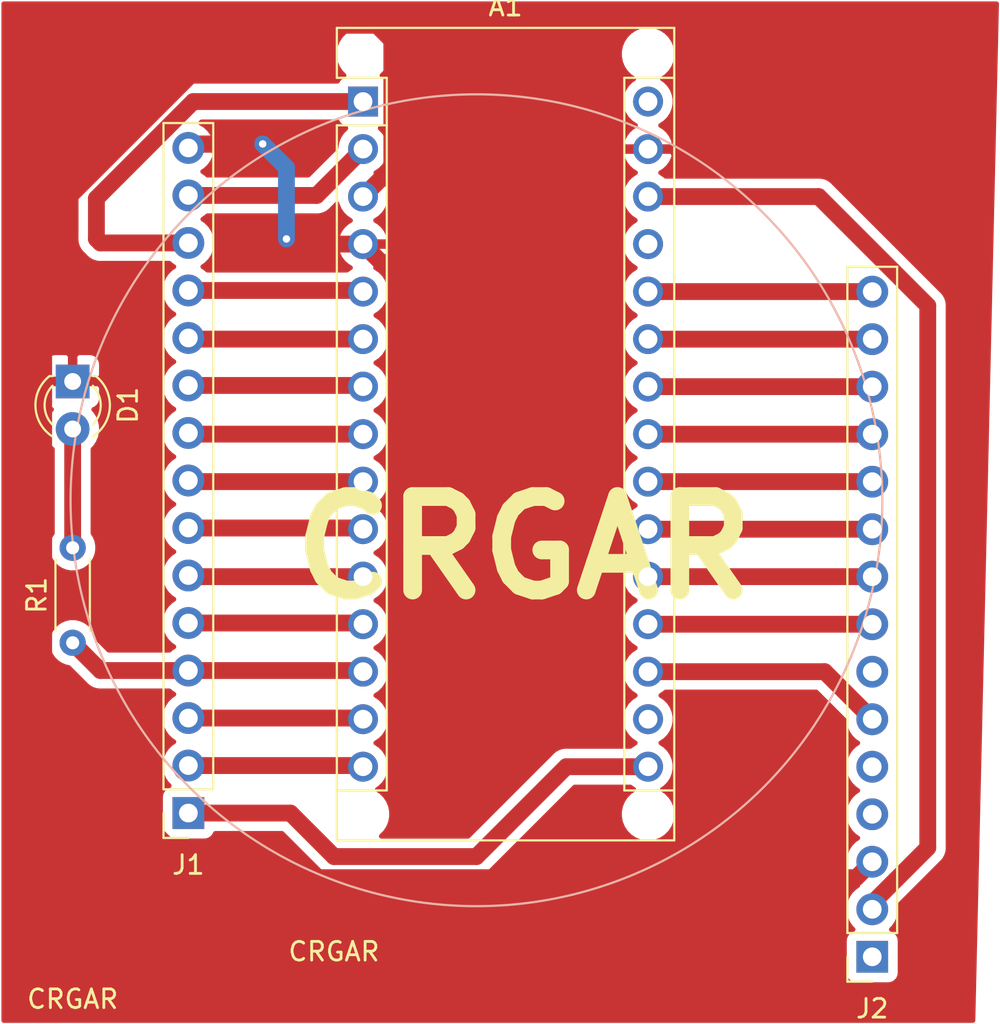
<source format=kicad_pcb>
(kicad_pcb (version 20171130) (host pcbnew "(5.1.6)-1")

  (general
    (thickness 1.6)
    (drawings 8)
    (tracks 82)
    (zones 0)
    (modules 5)
    (nets 35)
  )

  (page A4)
  (layers
    (0 F.Cu signal hide)
    (31 B.Cu signal hide)
    (32 B.Adhes user hide)
    (33 F.Adhes user hide)
    (34 B.Paste user)
    (35 F.Paste user)
    (36 B.SilkS user)
    (37 F.SilkS user)
    (38 B.Mask user)
    (39 F.Mask user)
    (40 Dwgs.User user)
    (41 Cmts.User user)
    (42 Eco1.User user)
    (43 Eco2.User user)
    (44 Edge.Cuts user)
    (45 Margin user)
    (46 B.CrtYd user)
    (47 F.CrtYd user)
    (48 B.Fab user)
    (49 F.Fab user)
  )

  (setup
    (last_trace_width 0.9)
    (user_trace_width 0.5)
    (user_trace_width 0.9)
    (user_trace_width 1.5)
    (trace_clearance 0.2)
    (zone_clearance 0.508)
    (zone_45_only no)
    (trace_min 0.2)
    (via_size 0.8)
    (via_drill 0.4)
    (via_min_size 0.4)
    (via_min_drill 0.3)
    (uvia_size 0.3)
    (uvia_drill 0.1)
    (uvias_allowed no)
    (uvia_min_size 0.2)
    (uvia_min_drill 0.1)
    (edge_width 0.05)
    (segment_width 0.2)
    (pcb_text_width 0.3)
    (pcb_text_size 1.5 1.5)
    (mod_edge_width 0.12)
    (mod_text_size 1 1)
    (mod_text_width 0.15)
    (pad_size 1.524 1.524)
    (pad_drill 0.762)
    (pad_to_mask_clearance 0.05)
    (aux_axis_origin 0 0)
    (visible_elements FFFFFF7F)
    (pcbplotparams
      (layerselection 0x010fc_ffffffff)
      (usegerberextensions false)
      (usegerberattributes true)
      (usegerberadvancedattributes true)
      (creategerberjobfile true)
      (excludeedgelayer true)
      (linewidth 0.100000)
      (plotframeref false)
      (viasonmask false)
      (mode 1)
      (useauxorigin false)
      (hpglpennumber 1)
      (hpglpenspeed 20)
      (hpglpendiameter 15.000000)
      (psnegative false)
      (psa4output false)
      (plotreference true)
      (plotvalue true)
      (plotinvisibletext false)
      (padsonsilk false)
      (subtractmaskfromsilk false)
      (outputformat 1)
      (mirror false)
      (drillshape 1)
      (scaleselection 1)
      (outputdirectory ""))
  )

  (net 0 "")
  (net 1 "Net-(A1-Pad1)")
  (net 2 "Net-(A1-Pad17)")
  (net 3 "Net-(A1-Pad2)")
  (net 4 "Net-(A1-Pad18)")
  (net 5 "Net-(A1-Pad3)")
  (net 6 "Net-(A1-Pad19)")
  (net 7 GND)
  (net 8 "Net-(A1-Pad20)")
  (net 9 "Net-(A1-Pad5)")
  (net 10 "Net-(A1-Pad21)")
  (net 11 "Net-(A1-Pad6)")
  (net 12 "Net-(A1-Pad22)")
  (net 13 "Net-(A1-Pad7)")
  (net 14 "Net-(A1-Pad23)")
  (net 15 "Net-(A1-Pad8)")
  (net 16 "Net-(A1-Pad24)")
  (net 17 "Net-(A1-Pad9)")
  (net 18 "Net-(A1-Pad25)")
  (net 19 "Net-(A1-Pad10)")
  (net 20 "Net-(A1-Pad26)")
  (net 21 "Net-(A1-Pad11)")
  (net 22 +1V5)
  (net 23 "Net-(A1-Pad12)")
  (net 24 "Net-(A1-Pad28)")
  (net 25 "Net-(A1-Pad13)")
  (net 26 "Net-(A1-Pad14)")
  (net 27 "Net-(A1-Pad30)")
  (net 28 "Net-(A1-Pad15)")
  (net 29 "Net-(A1-Pad16)")
  (net 30 "Net-(D1-Pad2)")
  (net 31 "Net-(J2-Pad7)")
  (net 32 "Net-(J2-Pad5)")
  (net 33 "Net-(J2-Pad4)")
  (net 34 "Net-(J2-Pad1)")

  (net_class Default "This is the default net class."
    (clearance 0.2)
    (trace_width 0.25)
    (via_dia 0.8)
    (via_drill 0.4)
    (uvia_dia 0.3)
    (uvia_drill 0.1)
    (add_net +1V5)
    (add_net GND)
    (add_net "Net-(A1-Pad1)")
    (add_net "Net-(A1-Pad10)")
    (add_net "Net-(A1-Pad11)")
    (add_net "Net-(A1-Pad12)")
    (add_net "Net-(A1-Pad13)")
    (add_net "Net-(A1-Pad14)")
    (add_net "Net-(A1-Pad15)")
    (add_net "Net-(A1-Pad16)")
    (add_net "Net-(A1-Pad17)")
    (add_net "Net-(A1-Pad18)")
    (add_net "Net-(A1-Pad19)")
    (add_net "Net-(A1-Pad2)")
    (add_net "Net-(A1-Pad20)")
    (add_net "Net-(A1-Pad21)")
    (add_net "Net-(A1-Pad22)")
    (add_net "Net-(A1-Pad23)")
    (add_net "Net-(A1-Pad24)")
    (add_net "Net-(A1-Pad25)")
    (add_net "Net-(A1-Pad26)")
    (add_net "Net-(A1-Pad28)")
    (add_net "Net-(A1-Pad3)")
    (add_net "Net-(A1-Pad30)")
    (add_net "Net-(A1-Pad5)")
    (add_net "Net-(A1-Pad6)")
    (add_net "Net-(A1-Pad7)")
    (add_net "Net-(A1-Pad8)")
    (add_net "Net-(A1-Pad9)")
    (add_net "Net-(D1-Pad2)")
    (add_net "Net-(J2-Pad1)")
    (add_net "Net-(J2-Pad4)")
    (add_net "Net-(J2-Pad5)")
    (add_net "Net-(J2-Pad7)")
  )

  (module Connector_PinSocket_2.54mm:PinSocket_1x15_P2.54mm_Vertical (layer F.Cu) (tedit 5A19A41D) (tstamp 5F4968D1)
    (at 97.625874 129.753609 180)
    (descr "Through hole straight socket strip, 1x15, 2.54mm pitch, single row (from Kicad 4.0.7), script generated")
    (tags "Through hole socket strip THT 1x15 2.54mm single row")
    (path /5F4A4A65)
    (fp_text reference J1 (at 0 -2.77) (layer F.SilkS)
      (effects (font (size 1 1) (thickness 0.15)))
    )
    (fp_text value Conn_01x15_Female (at 0 38.33) (layer F.Fab)
      (effects (font (size 1 1) (thickness 0.15)))
    )
    (fp_line (start -1.8 37.3) (end -1.8 -1.8) (layer F.CrtYd) (width 0.05))
    (fp_line (start 1.75 37.3) (end -1.8 37.3) (layer F.CrtYd) (width 0.05))
    (fp_line (start 1.75 -1.8) (end 1.75 37.3) (layer F.CrtYd) (width 0.05))
    (fp_line (start -1.8 -1.8) (end 1.75 -1.8) (layer F.CrtYd) (width 0.05))
    (fp_line (start 0 -1.33) (end 1.33 -1.33) (layer F.SilkS) (width 0.12))
    (fp_line (start 1.33 -1.33) (end 1.33 0) (layer F.SilkS) (width 0.12))
    (fp_line (start 1.33 1.27) (end 1.33 36.89) (layer F.SilkS) (width 0.12))
    (fp_line (start -1.33 36.89) (end 1.33 36.89) (layer F.SilkS) (width 0.12))
    (fp_line (start -1.33 1.27) (end -1.33 36.89) (layer F.SilkS) (width 0.12))
    (fp_line (start -1.33 1.27) (end 1.33 1.27) (layer F.SilkS) (width 0.12))
    (fp_line (start -1.27 36.83) (end -1.27 -1.27) (layer F.Fab) (width 0.1))
    (fp_line (start 1.27 36.83) (end -1.27 36.83) (layer F.Fab) (width 0.1))
    (fp_line (start 1.27 -0.635) (end 1.27 36.83) (layer F.Fab) (width 0.1))
    (fp_line (start 0.635 -1.27) (end 1.27 -0.635) (layer F.Fab) (width 0.1))
    (fp_line (start -1.27 -1.27) (end 0.635 -1.27) (layer F.Fab) (width 0.1))
    (fp_text user %R (at 0 17.78 90) (layer F.Fab)
      (effects (font (size 1 1) (thickness 0.15)))
    )
    (pad 1 thru_hole rect (at 0 0 180) (size 1.7 1.7) (drill 1) (layers *.Cu *.Mask)
      (net 29 "Net-(A1-Pad16)"))
    (pad 2 thru_hole oval (at 0 2.54 180) (size 1.7 1.7) (drill 1) (layers *.Cu *.Mask)
      (net 28 "Net-(A1-Pad15)"))
    (pad 3 thru_hole oval (at 0 5.08 180) (size 1.7 1.7) (drill 1) (layers *.Cu *.Mask)
      (net 26 "Net-(A1-Pad14)"))
    (pad 4 thru_hole oval (at 0 7.62 180) (size 1.7 1.7) (drill 1) (layers *.Cu *.Mask)
      (net 25 "Net-(A1-Pad13)"))
    (pad 5 thru_hole oval (at 0 10.16 180) (size 1.7 1.7) (drill 1) (layers *.Cu *.Mask)
      (net 23 "Net-(A1-Pad12)"))
    (pad 6 thru_hole oval (at 0 12.7 180) (size 1.7 1.7) (drill 1) (layers *.Cu *.Mask)
      (net 21 "Net-(A1-Pad11)"))
    (pad 7 thru_hole oval (at 0 15.24 180) (size 1.7 1.7) (drill 1) (layers *.Cu *.Mask)
      (net 19 "Net-(A1-Pad10)"))
    (pad 8 thru_hole oval (at 0 17.78 180) (size 1.7 1.7) (drill 1) (layers *.Cu *.Mask)
      (net 17 "Net-(A1-Pad9)"))
    (pad 9 thru_hole oval (at 0 20.32 180) (size 1.7 1.7) (drill 1) (layers *.Cu *.Mask)
      (net 15 "Net-(A1-Pad8)"))
    (pad 10 thru_hole oval (at 0 22.86 180) (size 1.7 1.7) (drill 1) (layers *.Cu *.Mask)
      (net 13 "Net-(A1-Pad7)"))
    (pad 11 thru_hole oval (at 0 25.4 180) (size 1.7 1.7) (drill 1) (layers *.Cu *.Mask)
      (net 11 "Net-(A1-Pad6)"))
    (pad 12 thru_hole oval (at 0 27.94 180) (size 1.7 1.7) (drill 1) (layers *.Cu *.Mask)
      (net 9 "Net-(A1-Pad5)"))
    (pad 13 thru_hole oval (at 0 30.48 180) (size 1.7 1.7) (drill 1) (layers *.Cu *.Mask)
      (net 1 "Net-(A1-Pad1)"))
    (pad 14 thru_hole oval (at 0 33.02 180) (size 1.7 1.7) (drill 1) (layers *.Cu *.Mask)
      (net 3 "Net-(A1-Pad2)"))
    (pad 15 thru_hole oval (at 0 35.56 180) (size 1.7 1.7) (drill 1) (layers *.Cu *.Mask)
      (net 7 GND))
    (model ${KISYS3DMOD}/Connector_PinSocket_2.54mm.3dshapes/PinSocket_1x15_P2.54mm_Vertical.wrl
      (at (xyz 0 0 0))
      (scale (xyz 1 1 1))
      (rotate (xyz 0 0 0))
    )
  )

  (module Module:Arduino_Nano_WithMountingHoles (layer F.Cu) (tedit 58ACAF99) (tstamp 5F49689B)
    (at 106.965001 91.715001)
    (descr "Arduino Nano, http://www.mouser.com/pdfdocs/Gravitech_Arduino_Nano3_0.pdf")
    (tags "Arduino Nano")
    (path /5F46CE9F)
    (fp_text reference A1 (at 7.62 -5.08) (layer F.SilkS)
      (effects (font (size 1 1) (thickness 0.15)))
    )
    (fp_text value Arduino_Nano_v3.x (at 8.89 15.24 90) (layer F.Fab)
      (effects (font (size 1 1) (thickness 0.15)))
    )
    (fp_line (start 16.75 42.16) (end -1.53 42.16) (layer F.CrtYd) (width 0.05))
    (fp_line (start 16.75 42.16) (end 16.75 -4.06) (layer F.CrtYd) (width 0.05))
    (fp_line (start -1.53 -4.06) (end -1.53 42.16) (layer F.CrtYd) (width 0.05))
    (fp_line (start -1.53 -4.06) (end 16.75 -4.06) (layer F.CrtYd) (width 0.05))
    (fp_line (start 16.51 -3.81) (end 16.51 39.37) (layer F.Fab) (width 0.1))
    (fp_line (start 0 -3.81) (end 16.51 -3.81) (layer F.Fab) (width 0.1))
    (fp_line (start -1.27 -2.54) (end 0 -3.81) (layer F.Fab) (width 0.1))
    (fp_line (start -1.27 39.37) (end -1.27 -2.54) (layer F.Fab) (width 0.1))
    (fp_line (start 16.51 39.37) (end -1.27 39.37) (layer F.Fab) (width 0.1))
    (fp_line (start 16.64 -3.94) (end -1.4 -3.94) (layer F.SilkS) (width 0.12))
    (fp_line (start 16.64 39.5) (end 16.64 -3.94) (layer F.SilkS) (width 0.12))
    (fp_line (start -1.4 39.5) (end 16.64 39.5) (layer F.SilkS) (width 0.12))
    (fp_line (start 3.81 41.91) (end 3.81 31.75) (layer F.Fab) (width 0.1))
    (fp_line (start 11.43 41.91) (end 3.81 41.91) (layer F.Fab) (width 0.1))
    (fp_line (start 11.43 31.75) (end 11.43 41.91) (layer F.Fab) (width 0.1))
    (fp_line (start 3.81 31.75) (end 11.43 31.75) (layer F.Fab) (width 0.1))
    (fp_line (start 1.27 36.83) (end -1.4 36.83) (layer F.SilkS) (width 0.12))
    (fp_line (start 1.27 1.27) (end 1.27 36.83) (layer F.SilkS) (width 0.12))
    (fp_line (start 1.27 1.27) (end -1.4 1.27) (layer F.SilkS) (width 0.12))
    (fp_line (start 13.97 36.83) (end 16.64 36.83) (layer F.SilkS) (width 0.12))
    (fp_line (start 13.97 -1.27) (end 13.97 36.83) (layer F.SilkS) (width 0.12))
    (fp_line (start 13.97 -1.27) (end 16.64 -1.27) (layer F.SilkS) (width 0.12))
    (fp_line (start -1.4 -3.94) (end -1.4 -1.27) (layer F.SilkS) (width 0.12))
    (fp_line (start -1.4 1.27) (end -1.4 39.5) (layer F.SilkS) (width 0.12))
    (fp_line (start 1.27 -1.27) (end -1.4 -1.27) (layer F.SilkS) (width 0.12))
    (fp_line (start 1.27 1.27) (end 1.27 -1.27) (layer F.SilkS) (width 0.12))
    (fp_text user %R (at 6.35 16.51 90) (layer F.Fab)
      (effects (font (size 1 1) (thickness 0.15)))
    )
    (pad 1 thru_hole rect (at 0 0) (size 1.6 1.6) (drill 1) (layers *.Cu *.Mask)
      (net 1 "Net-(A1-Pad1)"))
    (pad 17 thru_hole oval (at 15.24 33.02) (size 1.6 1.6) (drill 1) (layers *.Cu *.Mask)
      (net 2 "Net-(A1-Pad17)"))
    (pad 2 thru_hole oval (at 0 2.54) (size 1.6 1.6) (drill 1) (layers *.Cu *.Mask)
      (net 3 "Net-(A1-Pad2)"))
    (pad 18 thru_hole oval (at 15.24 30.48) (size 1.6 1.6) (drill 1) (layers *.Cu *.Mask)
      (net 4 "Net-(A1-Pad18)"))
    (pad 3 thru_hole oval (at 0 5.08) (size 1.6 1.6) (drill 1) (layers *.Cu *.Mask)
      (net 5 "Net-(A1-Pad3)"))
    (pad 19 thru_hole oval (at 15.24 27.94) (size 1.6 1.6) (drill 1) (layers *.Cu *.Mask)
      (net 6 "Net-(A1-Pad19)"))
    (pad 4 thru_hole oval (at 0 7.62) (size 1.6 1.6) (drill 1) (layers *.Cu *.Mask)
      (net 7 GND))
    (pad 20 thru_hole oval (at 15.24 25.4) (size 1.6 1.6) (drill 1) (layers *.Cu *.Mask)
      (net 8 "Net-(A1-Pad20)"))
    (pad 5 thru_hole oval (at 0 10.16) (size 1.6 1.6) (drill 1) (layers *.Cu *.Mask)
      (net 9 "Net-(A1-Pad5)"))
    (pad 21 thru_hole oval (at 15.24 22.86) (size 1.6 1.6) (drill 1) (layers *.Cu *.Mask)
      (net 10 "Net-(A1-Pad21)"))
    (pad 6 thru_hole oval (at 0 12.7) (size 1.6 1.6) (drill 1) (layers *.Cu *.Mask)
      (net 11 "Net-(A1-Pad6)"))
    (pad 22 thru_hole oval (at 15.24 20.32) (size 1.6 1.6) (drill 1) (layers *.Cu *.Mask)
      (net 12 "Net-(A1-Pad22)"))
    (pad 7 thru_hole oval (at 0 15.24) (size 1.6 1.6) (drill 1) (layers *.Cu *.Mask)
      (net 13 "Net-(A1-Pad7)"))
    (pad 23 thru_hole oval (at 15.24 17.78) (size 1.6 1.6) (drill 1) (layers *.Cu *.Mask)
      (net 14 "Net-(A1-Pad23)"))
    (pad 8 thru_hole oval (at 0 17.78) (size 1.6 1.6) (drill 1) (layers *.Cu *.Mask)
      (net 15 "Net-(A1-Pad8)"))
    (pad 24 thru_hole oval (at 15.24 15.24) (size 1.6 1.6) (drill 1) (layers *.Cu *.Mask)
      (net 16 "Net-(A1-Pad24)"))
    (pad 9 thru_hole oval (at 0 20.32) (size 1.6 1.6) (drill 1) (layers *.Cu *.Mask)
      (net 17 "Net-(A1-Pad9)"))
    (pad 25 thru_hole oval (at 15.24 12.7) (size 1.6 1.6) (drill 1) (layers *.Cu *.Mask)
      (net 18 "Net-(A1-Pad25)"))
    (pad 10 thru_hole oval (at 0 22.86) (size 1.6 1.6) (drill 1) (layers *.Cu *.Mask)
      (net 19 "Net-(A1-Pad10)"))
    (pad 26 thru_hole oval (at 15.24 10.16) (size 1.6 1.6) (drill 1) (layers *.Cu *.Mask)
      (net 20 "Net-(A1-Pad26)"))
    (pad 11 thru_hole oval (at 0 25.4) (size 1.6 1.6) (drill 1) (layers *.Cu *.Mask)
      (net 21 "Net-(A1-Pad11)"))
    (pad 27 thru_hole oval (at 15.24 7.62) (size 1.6 1.6) (drill 1) (layers *.Cu *.Mask)
      (net 22 +1V5))
    (pad 12 thru_hole oval (at 0 27.94) (size 1.6 1.6) (drill 1) (layers *.Cu *.Mask)
      (net 23 "Net-(A1-Pad12)"))
    (pad 28 thru_hole oval (at 15.24 5.08) (size 1.6 1.6) (drill 1) (layers *.Cu *.Mask)
      (net 24 "Net-(A1-Pad28)"))
    (pad 13 thru_hole oval (at 0 30.48) (size 1.6 1.6) (drill 1) (layers *.Cu *.Mask)
      (net 25 "Net-(A1-Pad13)"))
    (pad 29 thru_hole oval (at 15.24 2.54) (size 1.6 1.6) (drill 1) (layers *.Cu *.Mask)
      (net 7 GND))
    (pad 14 thru_hole oval (at 0 33.02) (size 1.6 1.6) (drill 1) (layers *.Cu *.Mask)
      (net 26 "Net-(A1-Pad14)"))
    (pad 30 thru_hole oval (at 15.24 0) (size 1.6 1.6) (drill 1) (layers *.Cu *.Mask)
      (net 27 "Net-(A1-Pad30)"))
    (pad 15 thru_hole oval (at 0 35.56) (size 1.6 1.6) (drill 1) (layers *.Cu *.Mask)
      (net 28 "Net-(A1-Pad15)"))
    (pad 16 thru_hole oval (at 15.24 35.56) (size 1.6 1.6) (drill 1) (layers *.Cu *.Mask)
      (net 29 "Net-(A1-Pad16)"))
    (pad "" np_thru_hole circle (at 0 -2.54) (size 1.78 1.78) (drill 1.78) (layers *.Cu *.Mask))
    (pad "" np_thru_hole circle (at 15.24 -2.54) (size 1.78 1.78) (drill 1.78) (layers *.Cu *.Mask))
    (pad "" np_thru_hole circle (at 15.24 38.1) (size 1.78 1.78) (drill 1.78) (layers *.Cu *.Mask))
    (pad "" np_thru_hole circle (at 0 38.1) (size 1.78 1.78) (drill 1.78) (layers *.Cu *.Mask))
    (model ${KISYS3DMOD}/Module.3dshapes/Arduino_Nano_WithMountingHoles.wrl
      (at (xyz 0 0 0))
      (scale (xyz 1 1 1))
      (rotate (xyz 0 0 0))
    )
  )

  (module LED_THT:LED_D3.0mm (layer F.Cu) (tedit 587A3A7B) (tstamp 5F4968AE)
    (at 91.44 106.68 270)
    (descr "LED, diameter 3.0mm, 2 pins")
    (tags "LED diameter 3.0mm 2 pins")
    (path /5F4C20B1)
    (fp_text reference D1 (at 1.27 -2.96 90) (layer F.SilkS)
      (effects (font (size 1 1) (thickness 0.15)))
    )
    (fp_text value LED (at 1.27 2.96 90) (layer F.Fab)
      (effects (font (size 1 1) (thickness 0.15)))
    )
    (fp_line (start 3.7 -2.25) (end -1.15 -2.25) (layer F.CrtYd) (width 0.05))
    (fp_line (start 3.7 2.25) (end 3.7 -2.25) (layer F.CrtYd) (width 0.05))
    (fp_line (start -1.15 2.25) (end 3.7 2.25) (layer F.CrtYd) (width 0.05))
    (fp_line (start -1.15 -2.25) (end -1.15 2.25) (layer F.CrtYd) (width 0.05))
    (fp_line (start -0.29 1.08) (end -0.29 1.236) (layer F.SilkS) (width 0.12))
    (fp_line (start -0.29 -1.236) (end -0.29 -1.08) (layer F.SilkS) (width 0.12))
    (fp_line (start -0.23 -1.16619) (end -0.23 1.16619) (layer F.Fab) (width 0.1))
    (fp_circle (center 1.27 0) (end 2.77 0) (layer F.Fab) (width 0.1))
    (fp_arc (start 1.27 0) (end -0.23 -1.16619) (angle 284.3) (layer F.Fab) (width 0.1))
    (fp_arc (start 1.27 0) (end -0.29 -1.235516) (angle 108.8) (layer F.SilkS) (width 0.12))
    (fp_arc (start 1.27 0) (end -0.29 1.235516) (angle -108.8) (layer F.SilkS) (width 0.12))
    (fp_arc (start 1.27 0) (end 0.229039 -1.08) (angle 87.9) (layer F.SilkS) (width 0.12))
    (fp_arc (start 1.27 0) (end 0.229039 1.08) (angle -87.9) (layer F.SilkS) (width 0.12))
    (pad 1 thru_hole rect (at 0 0 270) (size 1.8 1.8) (drill 0.9) (layers *.Cu *.Mask)
      (net 7 GND))
    (pad 2 thru_hole circle (at 2.54 0 270) (size 1.8 1.8) (drill 0.9) (layers *.Cu *.Mask)
      (net 30 "Net-(D1-Pad2)"))
    (model ${KISYS3DMOD}/LED_THT.3dshapes/LED_D3.0mm.wrl
      (at (xyz 0 0 0))
      (scale (xyz 1 1 1))
      (rotate (xyz 0 0 0))
    )
  )

  (module Connector_PinSocket_2.54mm:PinSocket_1x15_P2.54mm_Vertical (layer F.Cu) (tedit 5A19A41D) (tstamp 5F4968F4)
    (at 134.191782 137.438186 180)
    (descr "Through hole straight socket strip, 1x15, 2.54mm pitch, single row (from Kicad 4.0.7), script generated")
    (tags "Through hole socket strip THT 1x15 2.54mm single row")
    (path /5F4B6ACA)
    (fp_text reference J2 (at 0 -2.77) (layer F.SilkS)
      (effects (font (size 1 1) (thickness 0.15)))
    )
    (fp_text value Conn_01x15_Female (at 0 38.33) (layer F.Fab)
      (effects (font (size 1 1) (thickness 0.15)))
    )
    (fp_text user %R (at 0 17.78 90) (layer F.Fab)
      (effects (font (size 1 1) (thickness 0.15)))
    )
    (fp_line (start -1.27 -1.27) (end 0.635 -1.27) (layer F.Fab) (width 0.1))
    (fp_line (start 0.635 -1.27) (end 1.27 -0.635) (layer F.Fab) (width 0.1))
    (fp_line (start 1.27 -0.635) (end 1.27 36.83) (layer F.Fab) (width 0.1))
    (fp_line (start 1.27 36.83) (end -1.27 36.83) (layer F.Fab) (width 0.1))
    (fp_line (start -1.27 36.83) (end -1.27 -1.27) (layer F.Fab) (width 0.1))
    (fp_line (start -1.33 1.27) (end 1.33 1.27) (layer F.SilkS) (width 0.12))
    (fp_line (start -1.33 1.27) (end -1.33 36.89) (layer F.SilkS) (width 0.12))
    (fp_line (start -1.33 36.89) (end 1.33 36.89) (layer F.SilkS) (width 0.12))
    (fp_line (start 1.33 1.27) (end 1.33 36.89) (layer F.SilkS) (width 0.12))
    (fp_line (start 1.33 -1.33) (end 1.33 0) (layer F.SilkS) (width 0.12))
    (fp_line (start 0 -1.33) (end 1.33 -1.33) (layer F.SilkS) (width 0.12))
    (fp_line (start -1.8 -1.8) (end 1.75 -1.8) (layer F.CrtYd) (width 0.05))
    (fp_line (start 1.75 -1.8) (end 1.75 37.3) (layer F.CrtYd) (width 0.05))
    (fp_line (start 1.75 37.3) (end -1.8 37.3) (layer F.CrtYd) (width 0.05))
    (fp_line (start -1.8 37.3) (end -1.8 -1.8) (layer F.CrtYd) (width 0.05))
    (pad 15 thru_hole oval (at 0 35.56 180) (size 1.7 1.7) (drill 1) (layers *.Cu *.Mask)
      (net 20 "Net-(A1-Pad26)"))
    (pad 14 thru_hole oval (at 0 33.02 180) (size 1.7 1.7) (drill 1) (layers *.Cu *.Mask)
      (net 18 "Net-(A1-Pad25)"))
    (pad 13 thru_hole oval (at 0 30.48 180) (size 1.7 1.7) (drill 1) (layers *.Cu *.Mask)
      (net 16 "Net-(A1-Pad24)"))
    (pad 12 thru_hole oval (at 0 27.94 180) (size 1.7 1.7) (drill 1) (layers *.Cu *.Mask)
      (net 14 "Net-(A1-Pad23)"))
    (pad 11 thru_hole oval (at 0 25.4 180) (size 1.7 1.7) (drill 1) (layers *.Cu *.Mask)
      (net 12 "Net-(A1-Pad22)"))
    (pad 10 thru_hole oval (at 0 22.86 180) (size 1.7 1.7) (drill 1) (layers *.Cu *.Mask)
      (net 10 "Net-(A1-Pad21)"))
    (pad 9 thru_hole oval (at 0 20.32 180) (size 1.7 1.7) (drill 1) (layers *.Cu *.Mask)
      (net 8 "Net-(A1-Pad20)"))
    (pad 8 thru_hole oval (at 0 17.78 180) (size 1.7 1.7) (drill 1) (layers *.Cu *.Mask)
      (net 6 "Net-(A1-Pad19)"))
    (pad 7 thru_hole oval (at 0 15.24 180) (size 1.7 1.7) (drill 1) (layers *.Cu *.Mask)
      (net 31 "Net-(J2-Pad7)"))
    (pad 6 thru_hole oval (at 0 12.7 180) (size 1.7 1.7) (drill 1) (layers *.Cu *.Mask)
      (net 4 "Net-(A1-Pad18)"))
    (pad 5 thru_hole oval (at 0 10.16 180) (size 1.7 1.7) (drill 1) (layers *.Cu *.Mask)
      (net 32 "Net-(J2-Pad5)"))
    (pad 4 thru_hole oval (at 0 7.62 180) (size 1.7 1.7) (drill 1) (layers *.Cu *.Mask)
      (net 33 "Net-(J2-Pad4)"))
    (pad 3 thru_hole oval (at 0 5.08 180) (size 1.7 1.7) (drill 1) (layers *.Cu *.Mask)
      (net 5 "Net-(A1-Pad3)"))
    (pad 2 thru_hole oval (at 0 2.54 180) (size 1.7 1.7) (drill 1) (layers *.Cu *.Mask)
      (net 24 "Net-(A1-Pad28)"))
    (pad 1 thru_hole rect (at 0 0 180) (size 1.7 1.7) (drill 1) (layers *.Cu *.Mask)
      (net 34 "Net-(J2-Pad1)"))
    (model ${KISYS3DMOD}/Connector_PinSocket_2.54mm.3dshapes/PinSocket_1x15_P2.54mm_Vertical.wrl
      (at (xyz 0 0 0))
      (scale (xyz 1 1 1))
      (rotate (xyz 0 0 0))
    )
  )

  (module Resistor_THT:R_Axial_DIN0204_L3.6mm_D1.6mm_P5.08mm_Horizontal (layer F.Cu) (tedit 5AE5139B) (tstamp 5F496907)
    (at 91.44 120.65 90)
    (descr "Resistor, Axial_DIN0204 series, Axial, Horizontal, pin pitch=5.08mm, 0.167W, length*diameter=3.6*1.6mm^2, http://cdn-reichelt.de/documents/datenblatt/B400/1_4W%23YAG.pdf")
    (tags "Resistor Axial_DIN0204 series Axial Horizontal pin pitch 5.08mm 0.167W length 3.6mm diameter 1.6mm")
    (path /5F4C18C8)
    (fp_text reference R1 (at 2.54 -1.92 90) (layer F.SilkS)
      (effects (font (size 1 1) (thickness 0.15)))
    )
    (fp_text value 220 (at 2.54 1.92 90) (layer F.Fab)
      (effects (font (size 1 1) (thickness 0.15)))
    )
    (fp_line (start 6.03 -1.05) (end -0.95 -1.05) (layer F.CrtYd) (width 0.05))
    (fp_line (start 6.03 1.05) (end 6.03 -1.05) (layer F.CrtYd) (width 0.05))
    (fp_line (start -0.95 1.05) (end 6.03 1.05) (layer F.CrtYd) (width 0.05))
    (fp_line (start -0.95 -1.05) (end -0.95 1.05) (layer F.CrtYd) (width 0.05))
    (fp_line (start 0.62 0.92) (end 4.46 0.92) (layer F.SilkS) (width 0.12))
    (fp_line (start 0.62 -0.92) (end 4.46 -0.92) (layer F.SilkS) (width 0.12))
    (fp_line (start 5.08 0) (end 4.34 0) (layer F.Fab) (width 0.1))
    (fp_line (start 0 0) (end 0.74 0) (layer F.Fab) (width 0.1))
    (fp_line (start 4.34 -0.8) (end 0.74 -0.8) (layer F.Fab) (width 0.1))
    (fp_line (start 4.34 0.8) (end 4.34 -0.8) (layer F.Fab) (width 0.1))
    (fp_line (start 0.74 0.8) (end 4.34 0.8) (layer F.Fab) (width 0.1))
    (fp_line (start 0.74 -0.8) (end 0.74 0.8) (layer F.Fab) (width 0.1))
    (fp_text user %R (at 2.54 0) (layer F.Fab)
      (effects (font (size 0.72 0.72) (thickness 0.108)))
    )
    (pad 1 thru_hole circle (at 0 0 90) (size 1.4 1.4) (drill 0.7) (layers *.Cu *.Mask)
      (net 25 "Net-(A1-Pad13)"))
    (pad 2 thru_hole oval (at 5.08 0 90) (size 1.4 1.4) (drill 0.7) (layers *.Cu *.Mask)
      (net 30 "Net-(D1-Pad2)"))
    (model ${KISYS3DMOD}/Resistor_THT.3dshapes/R_Axial_DIN0204_L3.6mm_D1.6mm_P5.08mm_Horizontal.wrl
      (at (xyz 0 0 0))
      (scale (xyz 1 1 1))
      (rotate (xyz 0 0 0))
    )
  )

  (gr_circle (center 113.03 113.03) (end 133.35 105.41) (layer B.SilkS) (width 0.12))
  (gr_text CRGAR (at 115.57 115.57) (layer F.SilkS)
    (effects (font (size 5 5) (thickness 1)))
  )
  (gr_text CRGAR (at 105.41 137.16) (layer F.SilkS)
    (effects (font (size 1 1) (thickness 0.15)))
  )
  (gr_text CRGAR (at 91.44 139.7) (layer F.SilkS)
    (effects (font (size 1 1) (thickness 0.15)))
  )
  (gr_line (start 87.63 140.97) (end 87.63 86.36) (layer Dwgs.User) (width 0.15) (tstamp 5F4970CC))
  (gr_line (start 139.7 140.97) (end 87.63 140.97) (layer Dwgs.User) (width 0.15))
  (gr_line (start 140.97 86.36) (end 139.7 140.97) (layer Dwgs.User) (width 0.15))
  (gr_line (start 87.63 86.36) (end 140.97 86.36) (layer Dwgs.User) (width 0.15))

  (segment (start 97.625874 99.273609) (end 92.923609 99.273609) (width 0.9) (layer F.Cu) (net 1))
  (segment (start 92.923609 99.273609) (end 92.71 99.06) (width 0.9) (layer F.Cu) (net 1))
  (segment (start 92.71 99.06) (end 92.71 96.889481) (width 0.9) (layer F.Cu) (net 1))
  (segment (start 97.88448 91.715001) (end 106.965001 91.715001) (width 0.9) (layer F.Cu) (net 1))
  (segment (start 92.71 96.889481) (end 97.88448 91.715001) (width 0.9) (layer F.Cu) (net 1))
  (segment (start 104.486393 96.733609) (end 106.965001 94.255001) (width 0.9) (layer F.Cu) (net 3))
  (segment (start 97.625874 96.733609) (end 104.486393 96.733609) (width 0.9) (layer F.Cu) (net 3))
  (segment (start 131.648597 122.195001) (end 134.191782 124.738186) (width 0.9) (layer F.Cu) (net 4))
  (segment (start 122.205001 122.195001) (end 131.648597 122.195001) (width 0.9) (layer F.Cu) (net 4))
  (segment (start 108.505002 95.255) (end 106.965001 96.795001) (width 0.9) (layer F.Cu) (net 5))
  (segment (start 108.505002 88.4358) (end 108.505002 95.255) (width 0.9) (layer F.Cu) (net 5))
  (segment (start 107.704202 87.635) (end 108.505002 88.4358) (width 0.9) (layer F.Cu) (net 5))
  (segment (start 100.408832 87.635) (end 107.704202 87.635) (width 0.9) (layer F.Cu) (net 5))
  (segment (start 98.210448 133.208185) (end 89.889999 124.887736) (width 0.9) (layer F.Cu) (net 5))
  (segment (start 133.341783 133.208185) (end 98.210448 133.208185) (width 0.9) (layer F.Cu) (net 5))
  (segment (start 89.889999 98.153833) (end 100.408832 87.635) (width 0.9) (layer F.Cu) (net 5))
  (segment (start 89.889999 124.887736) (end 89.889999 98.153833) (width 0.9) (layer F.Cu) (net 5))
  (segment (start 134.191782 132.358186) (end 133.341783 133.208185) (width 0.9) (layer F.Cu) (net 5))
  (segment (start 122.208186 119.658186) (end 122.205001 119.655001) (width 0.9) (layer F.Cu) (net 6))
  (segment (start 134.191782 119.658186) (end 122.208186 119.658186) (width 0.9) (layer F.Cu) (net 6))
  (segment (start 106.965001 99.335001) (end 106.955001 99.335001) (width 0.9) (layer F.Cu) (net 7))
  (segment (start 112.181 101.179) (end 113.03 100.33) (width 0.9) (layer F.Cu) (net 7))
  (segment (start 106.955001 99.335001) (end 108.799 101.179) (width 0.9) (layer F.Cu) (net 7))
  (segment (start 108.799 101.179) (end 112.181 101.179) (width 0.9) (layer F.Cu) (net 7))
  (segment (start 106.965001 99.335001) (end 103.145001 99.335001) (width 0.9) (layer F.Cu) (net 7))
  (via (at 102.87 99.06) (size 0.8) (drill 0.4) (layers F.Cu B.Cu) (net 7))
  (segment (start 103.145001 99.335001) (end 102.87 99.06) (width 0.9) (layer F.Cu) (net 7))
  (via (at 101.6 93.98) (size 0.8) (drill 0.4) (layers F.Cu B.Cu) (net 7))
  (segment (start 102.87 99.06) (end 102.87 95.25) (width 0.9) (layer B.Cu) (net 7))
  (segment (start 102.87 95.25) (end 101.6 93.98) (width 0.9) (layer B.Cu) (net 7))
  (segment (start 97.839483 93.98) (end 97.625874 94.193609) (width 0.9) (layer F.Cu) (net 7))
  (segment (start 101.6 93.98) (end 97.839483 93.98) (width 0.9) (layer F.Cu) (net 7))
  (segment (start 134.188597 117.115001) (end 134.191782 117.118186) (width 0.9) (layer F.Cu) (net 8))
  (segment (start 122.205001 117.115001) (end 134.188597 117.115001) (width 0.9) (layer F.Cu) (net 8))
  (segment (start 106.903609 101.813609) (end 106.965001 101.875001) (width 0.9) (layer F.Cu) (net 9))
  (segment (start 97.625874 101.813609) (end 106.903609 101.813609) (width 0.9) (layer F.Cu) (net 9))
  (segment (start 122.208186 114.578186) (end 122.205001 114.575001) (width 0.9) (layer F.Cu) (net 10))
  (segment (start 134.191782 114.578186) (end 122.208186 114.578186) (width 0.9) (layer F.Cu) (net 10))
  (segment (start 97.687266 104.415001) (end 97.625874 104.353609) (width 0.9) (layer F.Cu) (net 11))
  (segment (start 106.965001 104.415001) (end 97.687266 104.415001) (width 0.9) (layer F.Cu) (net 11))
  (segment (start 134.188597 112.035001) (end 134.191782 112.038186) (width 0.9) (layer F.Cu) (net 12))
  (segment (start 122.205001 112.035001) (end 134.188597 112.035001) (width 0.9) (layer F.Cu) (net 12))
  (segment (start 106.903609 106.893609) (end 106.965001 106.955001) (width 0.9) (layer F.Cu) (net 13))
  (segment (start 97.625874 106.893609) (end 106.903609 106.893609) (width 0.9) (layer F.Cu) (net 13))
  (segment (start 122.208186 109.498186) (end 122.205001 109.495001) (width 0.9) (layer F.Cu) (net 14))
  (segment (start 134.191782 109.498186) (end 122.208186 109.498186) (width 0.9) (layer F.Cu) (net 14))
  (segment (start 97.687266 109.495001) (end 97.625874 109.433609) (width 0.9) (layer F.Cu) (net 15))
  (segment (start 106.965001 109.495001) (end 97.687266 109.495001) (width 0.9) (layer F.Cu) (net 15))
  (segment (start 134.188597 106.955001) (end 134.191782 106.958186) (width 0.9) (layer F.Cu) (net 16))
  (segment (start 122.205001 106.955001) (end 134.188597 106.955001) (width 0.9) (layer F.Cu) (net 16))
  (segment (start 97.687266 112.035001) (end 97.625874 111.973609) (width 0.9) (layer F.Cu) (net 17))
  (segment (start 106.965001 112.035001) (end 97.687266 112.035001) (width 0.9) (layer F.Cu) (net 17))
  (segment (start 122.208186 104.418186) (end 122.205001 104.415001) (width 0.9) (layer F.Cu) (net 18))
  (segment (start 134.191782 104.418186) (end 122.208186 104.418186) (width 0.9) (layer F.Cu) (net 18))
  (segment (start 106.903609 114.513609) (end 106.965001 114.575001) (width 0.9) (layer F.Cu) (net 19))
  (segment (start 97.625874 114.513609) (end 106.903609 114.513609) (width 0.9) (layer F.Cu) (net 19))
  (segment (start 134.188597 101.875001) (end 134.191782 101.878186) (width 0.9) (layer F.Cu) (net 20))
  (segment (start 122.205001 101.875001) (end 134.188597 101.875001) (width 0.9) (layer F.Cu) (net 20))
  (segment (start 97.687266 117.115001) (end 97.625874 117.053609) (width 0.9) (layer F.Cu) (net 21))
  (segment (start 106.965001 117.115001) (end 97.687266 117.115001) (width 0.9) (layer F.Cu) (net 21))
  (segment (start 106.903609 119.593609) (end 106.965001 119.655001) (width 0.9) (layer F.Cu) (net 23))
  (segment (start 97.625874 119.593609) (end 106.903609 119.593609) (width 0.9) (layer F.Cu) (net 23))
  (segment (start 131.328599 96.795001) (end 137.16 102.626402) (width 0.9) (layer F.Cu) (net 24))
  (segment (start 122.205001 96.795001) (end 131.328599 96.795001) (width 0.9) (layer F.Cu) (net 24))
  (segment (start 137.16 131.60997) (end 134.14997 134.62) (width 0.9) (layer F.Cu) (net 24))
  (segment (start 137.16 102.626402) (end 137.16 131.60997) (width 0.9) (layer F.Cu) (net 24))
  (segment (start 134.14997 134.856374) (end 134.191782 134.898186) (width 0.9) (layer F.Cu) (net 24))
  (segment (start 134.14997 134.62) (end 134.14997 134.856374) (width 0.9) (layer F.Cu) (net 24))
  (segment (start 106.903609 122.133609) (end 106.965001 122.195001) (width 0.9) (layer F.Cu) (net 25))
  (segment (start 97.625874 122.133609) (end 106.903609 122.133609) (width 0.9) (layer F.Cu) (net 25))
  (segment (start 92.923609 122.133609) (end 91.44 120.65) (width 0.9) (layer F.Cu) (net 25))
  (segment (start 97.625874 122.133609) (end 92.923609 122.133609) (width 0.9) (layer F.Cu) (net 25))
  (segment (start 106.903609 124.673609) (end 106.965001 124.735001) (width 0.9) (layer F.Cu) (net 26))
  (segment (start 97.625874 124.673609) (end 106.903609 124.673609) (width 0.9) (layer F.Cu) (net 26))
  (segment (start 106.903609 127.213609) (end 106.965001 127.275001) (width 0.9) (layer F.Cu) (net 28))
  (segment (start 97.625874 127.213609) (end 106.903609 127.213609) (width 0.9) (layer F.Cu) (net 28))
  (segment (start 97.625874 129.753609) (end 103.083609 129.753609) (width 0.9) (layer F.Cu) (net 29))
  (segment (start 103.083609 129.753609) (end 105.41 132.08) (width 0.9) (layer F.Cu) (net 29))
  (segment (start 105.41 132.08) (end 113.03 132.08) (width 0.9) (layer F.Cu) (net 29))
  (segment (start 117.834999 127.275001) (end 122.205001 127.275001) (width 0.9) (layer F.Cu) (net 29))
  (segment (start 113.03 132.08) (end 117.834999 127.275001) (width 0.9) (layer F.Cu) (net 29))
  (segment (start 91.44 115.57) (end 91.44 109.22) (width 0.9) (layer F.Cu) (net 30))

  (zone (net 7) (net_name GND) (layer F.Cu) (tstamp 0) (hatch edge 0.508)
    (connect_pads (clearance 0.508))
    (min_thickness 0.254)
    (fill yes (arc_segments 32) (thermal_gap 0.508) (thermal_bridge_width 0.508))
    (polygon
      (pts
        (xy 139.7 140.97) (xy 87.63 140.97) (xy 87.63 86.36) (xy 140.97 86.36)
      )
    )
    (filled_polygon
      (pts
        (xy 139.575919 140.843) (xy 87.757 140.843) (xy 87.757 120.518514) (xy 90.105 120.518514) (xy 90.105 120.781486)
        (xy 90.156304 121.039405) (xy 90.256939 121.282359) (xy 90.403038 121.501013) (xy 90.588987 121.686962) (xy 90.807641 121.833061)
        (xy 91.050595 121.933696) (xy 91.22371 121.968131) (xy 92.118718 122.86314) (xy 92.152687 122.904531) (xy 92.194078 122.9385)
        (xy 92.194082 122.938504) (xy 92.247024 122.981952) (xy 92.317899 123.040118) (xy 92.506389 123.140868) (xy 92.710912 123.202909)
        (xy 92.870315 123.218609) (xy 92.870323 123.218609) (xy 92.923609 123.223857) (xy 92.976895 123.218609) (xy 96.610767 123.218609)
        (xy 96.679242 123.287084) (xy 96.853634 123.403609) (xy 96.679242 123.520134) (xy 96.472399 123.726977) (xy 96.309884 123.970198)
        (xy 96.197942 124.240451) (xy 96.140874 124.527349) (xy 96.140874 124.819869) (xy 96.197942 125.106767) (xy 96.309884 125.37702)
        (xy 96.472399 125.620241) (xy 96.679242 125.827084) (xy 96.853634 125.943609) (xy 96.679242 126.060134) (xy 96.472399 126.266977)
        (xy 96.309884 126.510198) (xy 96.197942 126.780451) (xy 96.140874 127.067349) (xy 96.140874 127.359869) (xy 96.197942 127.646767)
        (xy 96.309884 127.91702) (xy 96.472399 128.160241) (xy 96.604254 128.292096) (xy 96.531694 128.314107) (xy 96.42138 128.373072)
        (xy 96.324689 128.452424) (xy 96.245337 128.549115) (xy 96.186372 128.659429) (xy 96.150062 128.779127) (xy 96.137802 128.903609)
        (xy 96.137802 130.603609) (xy 96.150062 130.728091) (xy 96.186372 130.847789) (xy 96.245337 130.958103) (xy 96.324689 131.054794)
        (xy 96.42138 131.134146) (xy 96.531694 131.193111) (xy 96.651392 131.229421) (xy 96.775874 131.241681) (xy 98.475874 131.241681)
        (xy 98.600356 131.229421) (xy 98.720054 131.193111) (xy 98.830368 131.134146) (xy 98.927059 131.054794) (xy 99.006411 130.958103)
        (xy 99.065376 130.847789) (xy 99.068161 130.838609) (xy 102.634188 130.838609) (xy 104.605109 132.809531) (xy 104.639078 132.850922)
        (xy 104.680469 132.884891) (xy 104.680473 132.884895) (xy 104.733415 132.928343) (xy 104.80429 132.986509) (xy 104.99278 133.087259)
        (xy 105.197303 133.1493) (xy 105.356706 133.165) (xy 105.356714 133.165) (xy 105.41 133.170248) (xy 105.463286 133.165)
        (xy 112.976714 133.165) (xy 113.03 133.170248) (xy 113.083286 133.165) (xy 113.083294 133.165) (xy 113.242697 133.1493)
        (xy 113.44722 133.087259) (xy 113.63571 132.986509) (xy 113.800922 132.850922) (xy 113.834895 132.809526) (xy 118.284421 128.360001)
        (xy 121.260605 128.360001) (xy 121.290242 128.389638) (xy 121.441761 128.49088) (xy 121.23287 128.630456) (xy 121.020456 128.84287)
        (xy 120.853563 129.092643) (xy 120.738606 129.370175) (xy 120.680001 129.664802) (xy 120.680001 129.9652) (xy 120.738606 130.259827)
        (xy 120.853563 130.537359) (xy 121.020456 130.787132) (xy 121.23287 130.999546) (xy 121.482643 131.166439) (xy 121.760175 131.281396)
        (xy 122.054802 131.340001) (xy 122.3552 131.340001) (xy 122.649827 131.281396) (xy 122.927359 131.166439) (xy 123.177132 130.999546)
        (xy 123.389546 130.787132) (xy 123.556439 130.537359) (xy 123.671396 130.259827) (xy 123.730001 129.9652) (xy 123.730001 129.664802)
        (xy 123.671396 129.370175) (xy 123.556439 129.092643) (xy 123.389546 128.84287) (xy 123.177132 128.630456) (xy 122.968241 128.49088)
        (xy 123.11976 128.389638) (xy 123.319638 128.18976) (xy 123.476681 127.954728) (xy 123.584854 127.693575) (xy 123.640001 127.416336)
        (xy 123.640001 127.133666) (xy 123.584854 126.856427) (xy 123.476681 126.595274) (xy 123.319638 126.360242) (xy 123.11976 126.160364)
        (xy 122.887242 126.005001) (xy 123.11976 125.849638) (xy 123.319638 125.64976) (xy 123.476681 125.414728) (xy 123.584854 125.153575)
        (xy 123.640001 124.876336) (xy 123.640001 124.593666) (xy 123.584854 124.316427) (xy 123.476681 124.055274) (xy 123.319638 123.820242)
        (xy 123.11976 123.620364) (xy 122.887242 123.465001) (xy 123.11976 123.309638) (xy 123.149397 123.280001) (xy 131.199176 123.280001)
        (xy 132.706782 124.787608) (xy 132.706782 124.884446) (xy 132.76385 125.171344) (xy 132.875792 125.441597) (xy 133.038307 125.684818)
        (xy 133.24515 125.891661) (xy 133.419542 126.008186) (xy 133.24515 126.124711) (xy 133.038307 126.331554) (xy 132.875792 126.574775)
        (xy 132.76385 126.845028) (xy 132.706782 127.131926) (xy 132.706782 127.424446) (xy 132.76385 127.711344) (xy 132.875792 127.981597)
        (xy 133.038307 128.224818) (xy 133.24515 128.431661) (xy 133.419542 128.548186) (xy 133.24515 128.664711) (xy 133.038307 128.871554)
        (xy 132.875792 129.114775) (xy 132.76385 129.385028) (xy 132.706782 129.671926) (xy 132.706782 129.964446) (xy 132.76385 130.251344)
        (xy 132.875792 130.521597) (xy 133.038307 130.764818) (xy 133.24515 130.971661) (xy 133.419542 131.088186) (xy 133.24515 131.204711)
        (xy 133.038307 131.411554) (xy 132.875792 131.654775) (xy 132.76385 131.925028) (xy 132.706782 132.211926) (xy 132.706782 132.504446)
        (xy 132.76385 132.791344) (xy 132.875792 133.061597) (xy 133.038307 133.304818) (xy 133.24515 133.511661) (xy 133.419542 133.628186)
        (xy 133.24515 133.744711) (xy 133.038307 133.951554) (xy 132.875792 134.194775) (xy 132.76385 134.465028) (xy 132.706782 134.751926)
        (xy 132.706782 135.044446) (xy 132.76385 135.331344) (xy 132.875792 135.601597) (xy 133.038307 135.844818) (xy 133.170162 135.976673)
        (xy 133.097602 135.998684) (xy 132.987288 136.057649) (xy 132.890597 136.137001) (xy 132.811245 136.233692) (xy 132.75228 136.344006)
        (xy 132.71597 136.463704) (xy 132.70371 136.588186) (xy 132.70371 138.288186) (xy 132.71597 138.412668) (xy 132.75228 138.532366)
        (xy 132.811245 138.64268) (xy 132.890597 138.739371) (xy 132.987288 138.818723) (xy 133.097602 138.877688) (xy 133.2173 138.913998)
        (xy 133.341782 138.926258) (xy 135.041782 138.926258) (xy 135.166264 138.913998) (xy 135.285962 138.877688) (xy 135.396276 138.818723)
        (xy 135.492967 138.739371) (xy 135.572319 138.64268) (xy 135.631284 138.532366) (xy 135.667594 138.412668) (xy 135.679854 138.288186)
        (xy 135.679854 136.588186) (xy 135.667594 136.463704) (xy 135.631284 136.344006) (xy 135.572319 136.233692) (xy 135.492967 136.137001)
        (xy 135.396276 136.057649) (xy 135.285962 135.998684) (xy 135.213402 135.976673) (xy 135.345257 135.844818) (xy 135.507772 135.601597)
        (xy 135.619714 135.331344) (xy 135.676782 135.044446) (xy 135.676782 134.751926) (xy 135.656156 134.648235) (xy 137.889531 132.414861)
        (xy 137.930922 132.380892) (xy 137.964891 132.339501) (xy 137.964895 132.339497) (xy 138.008343 132.286555) (xy 138.066509 132.21568)
        (xy 138.167259 132.02719) (xy 138.2293 131.822667) (xy 138.245 131.663264) (xy 138.245 131.663257) (xy 138.250248 131.609971)
        (xy 138.245 131.556685) (xy 138.245 102.679687) (xy 138.250248 102.626401) (xy 138.245 102.573115) (xy 138.245 102.573108)
        (xy 138.2293 102.413705) (xy 138.167259 102.209182) (xy 138.066509 102.020692) (xy 138.046838 101.996722) (xy 137.964895 101.896875)
        (xy 137.964891 101.896871) (xy 137.930922 101.85548) (xy 137.889531 101.821511) (xy 132.133494 96.065475) (xy 132.099521 96.024079)
        (xy 131.934309 95.888492) (xy 131.745819 95.787742) (xy 131.541296 95.725701) (xy 131.381893 95.710001) (xy 131.381885 95.710001)
        (xy 131.328599 95.704753) (xy 131.275313 95.710001) (xy 123.149397 95.710001) (xy 123.11976 95.680364) (xy 122.884728 95.523321)
        (xy 122.874136 95.518934) (xy 123.060132 95.407386) (xy 123.26852 95.218415) (xy 123.436038 94.992421) (xy 123.556247 94.738088)
        (xy 123.596905 94.60404) (xy 123.474916 94.382001) (xy 122.332001 94.382001) (xy 122.332001 94.402001) (xy 122.078001 94.402001)
        (xy 122.078001 94.382001) (xy 120.935086 94.382001) (xy 120.813097 94.60404) (xy 120.853755 94.738088) (xy 120.973964 94.992421)
        (xy 121.141482 95.218415) (xy 121.34987 95.407386) (xy 121.535866 95.518934) (xy 121.525274 95.523321) (xy 121.290242 95.680364)
        (xy 121.090364 95.880242) (xy 120.933321 96.115274) (xy 120.825148 96.376427) (xy 120.770001 96.653666) (xy 120.770001 96.936336)
        (xy 120.825148 97.213575) (xy 120.933321 97.474728) (xy 121.090364 97.70976) (xy 121.290242 97.909638) (xy 121.52276 98.065001)
        (xy 121.290242 98.220364) (xy 121.090364 98.420242) (xy 120.933321 98.655274) (xy 120.825148 98.916427) (xy 120.770001 99.193666)
        (xy 120.770001 99.476336) (xy 120.825148 99.753575) (xy 120.933321 100.014728) (xy 121.090364 100.24976) (xy 121.290242 100.449638)
        (xy 121.52276 100.605001) (xy 121.290242 100.760364) (xy 121.090364 100.960242) (xy 120.933321 101.195274) (xy 120.825148 101.456427)
        (xy 120.770001 101.733666) (xy 120.770001 102.016336) (xy 120.825148 102.293575) (xy 120.933321 102.554728) (xy 121.090364 102.78976)
        (xy 121.290242 102.989638) (xy 121.52276 103.145001) (xy 121.290242 103.300364) (xy 121.090364 103.500242) (xy 120.933321 103.735274)
        (xy 120.825148 103.996427) (xy 120.770001 104.273666) (xy 120.770001 104.556336) (xy 120.825148 104.833575) (xy 120.933321 105.094728)
        (xy 121.090364 105.32976) (xy 121.290242 105.529638) (xy 121.52276 105.685001) (xy 121.290242 105.840364) (xy 121.090364 106.040242)
        (xy 120.933321 106.275274) (xy 120.825148 106.536427) (xy 120.770001 106.813666) (xy 120.770001 107.096336) (xy 120.825148 107.373575)
        (xy 120.933321 107.634728) (xy 121.090364 107.86976) (xy 121.290242 108.069638) (xy 121.52276 108.225001) (xy 121.290242 108.380364)
        (xy 121.090364 108.580242) (xy 120.933321 108.815274) (xy 120.825148 109.076427) (xy 120.770001 109.353666) (xy 120.770001 109.636336)
        (xy 120.825148 109.913575) (xy 120.933321 110.174728) (xy 121.090364 110.40976) (xy 121.290242 110.609638) (xy 121.52276 110.765001)
        (xy 121.290242 110.920364) (xy 121.090364 111.120242) (xy 120.933321 111.355274) (xy 120.825148 111.616427) (xy 120.770001 111.893666)
        (xy 120.770001 112.176336) (xy 120.825148 112.453575) (xy 120.933321 112.714728) (xy 121.090364 112.94976) (xy 121.290242 113.149638)
        (xy 121.52276 113.305001) (xy 121.290242 113.460364) (xy 121.090364 113.660242) (xy 120.933321 113.895274) (xy 120.825148 114.156427)
        (xy 120.770001 114.433666) (xy 120.770001 114.716336) (xy 120.825148 114.993575) (xy 120.933321 115.254728) (xy 121.090364 115.48976)
        (xy 121.290242 115.689638) (xy 121.52276 115.845001) (xy 121.290242 116.000364) (xy 121.090364 116.200242) (xy 120.933321 116.435274)
        (xy 120.825148 116.696427) (xy 120.770001 116.973666) (xy 120.770001 117.256336) (xy 120.825148 117.533575) (xy 120.933321 117.794728)
        (xy 121.090364 118.02976) (xy 121.290242 118.229638) (xy 121.52276 118.385001) (xy 121.290242 118.540364) (xy 121.090364 118.740242)
        (xy 120.933321 118.975274) (xy 120.825148 119.236427) (xy 120.770001 119.513666) (xy 120.770001 119.796336) (xy 120.825148 120.073575)
        (xy 120.933321 120.334728) (xy 121.090364 120.56976) (xy 121.290242 120.769638) (xy 121.52276 120.925001) (xy 121.290242 121.080364)
        (xy 121.090364 121.280242) (xy 120.933321 121.515274) (xy 120.825148 121.776427) (xy 120.770001 122.053666) (xy 120.770001 122.336336)
        (xy 120.825148 122.613575) (xy 120.933321 122.874728) (xy 121.090364 123.10976) (xy 121.290242 123.309638) (xy 121.52276 123.465001)
        (xy 121.290242 123.620364) (xy 121.090364 123.820242) (xy 120.933321 124.055274) (xy 120.825148 124.316427) (xy 120.770001 124.593666)
        (xy 120.770001 124.876336) (xy 120.825148 125.153575) (xy 120.933321 125.414728) (xy 121.090364 125.64976) (xy 121.290242 125.849638)
        (xy 121.52276 126.005001) (xy 121.290242 126.160364) (xy 121.260605 126.190001) (xy 117.888285 126.190001) (xy 117.834999 126.184753)
        (xy 117.781713 126.190001) (xy 117.781705 126.190001) (xy 117.622302 126.205701) (xy 117.417779 126.267742) (xy 117.229289 126.368492)
        (xy 117.180279 126.408714) (xy 117.105472 126.470106) (xy 117.105468 126.47011) (xy 117.064077 126.504079) (xy 117.030108 126.54547)
        (xy 112.580579 130.995) (xy 107.941678 130.995) (xy 108.149546 130.787132) (xy 108.316439 130.537359) (xy 108.431396 130.259827)
        (xy 108.490001 129.9652) (xy 108.490001 129.664802) (xy 108.431396 129.370175) (xy 108.316439 129.092643) (xy 108.149546 128.84287)
        (xy 107.937132 128.630456) (xy 107.728241 128.49088) (xy 107.87976 128.389638) (xy 108.079638 128.18976) (xy 108.236681 127.954728)
        (xy 108.344854 127.693575) (xy 108.400001 127.416336) (xy 108.400001 127.133666) (xy 108.344854 126.856427) (xy 108.236681 126.595274)
        (xy 108.079638 126.360242) (xy 107.87976 126.160364) (xy 107.647242 126.005001) (xy 107.87976 125.849638) (xy 108.079638 125.64976)
        (xy 108.236681 125.414728) (xy 108.344854 125.153575) (xy 108.400001 124.876336) (xy 108.400001 124.593666) (xy 108.344854 124.316427)
        (xy 108.236681 124.055274) (xy 108.079638 123.820242) (xy 107.87976 123.620364) (xy 107.647242 123.465001) (xy 107.87976 123.309638)
        (xy 108.079638 123.10976) (xy 108.236681 122.874728) (xy 108.344854 122.613575) (xy 108.400001 122.336336) (xy 108.400001 122.053666)
        (xy 108.344854 121.776427) (xy 108.236681 121.515274) (xy 108.079638 121.280242) (xy 107.87976 121.080364) (xy 107.647242 120.925001)
        (xy 107.87976 120.769638) (xy 108.079638 120.56976) (xy 108.236681 120.334728) (xy 108.344854 120.073575) (xy 108.400001 119.796336)
        (xy 108.400001 119.513666) (xy 108.344854 119.236427) (xy 108.236681 118.975274) (xy 108.079638 118.740242) (xy 107.87976 118.540364)
        (xy 107.647242 118.385001) (xy 107.87976 118.229638) (xy 108.079638 118.02976) (xy 108.236681 117.794728) (xy 108.344854 117.533575)
        (xy 108.400001 117.256336) (xy 108.400001 116.973666) (xy 108.344854 116.696427) (xy 108.236681 116.435274) (xy 108.079638 116.200242)
        (xy 107.87976 116.000364) (xy 107.647242 115.845001) (xy 107.87976 115.689638) (xy 108.079638 115.48976) (xy 108.236681 115.254728)
        (xy 108.344854 114.993575) (xy 108.400001 114.716336) (xy 108.400001 114.433666) (xy 108.344854 114.156427) (xy 108.236681 113.895274)
        (xy 108.079638 113.660242) (xy 107.87976 113.460364) (xy 107.647242 113.305001) (xy 107.87976 113.149638) (xy 108.079638 112.94976)
        (xy 108.236681 112.714728) (xy 108.344854 112.453575) (xy 108.400001 112.176336) (xy 108.400001 111.893666) (xy 108.344854 111.616427)
        (xy 108.236681 111.355274) (xy 108.079638 111.120242) (xy 107.87976 110.920364) (xy 107.647242 110.765001) (xy 107.87976 110.609638)
        (xy 108.079638 110.40976) (xy 108.236681 110.174728) (xy 108.344854 109.913575) (xy 108.400001 109.636336) (xy 108.400001 109.353666)
        (xy 108.344854 109.076427) (xy 108.236681 108.815274) (xy 108.079638 108.580242) (xy 107.87976 108.380364) (xy 107.647242 108.225001)
        (xy 107.87976 108.069638) (xy 108.079638 107.86976) (xy 108.236681 107.634728) (xy 108.344854 107.373575) (xy 108.400001 107.096336)
        (xy 108.400001 106.813666) (xy 108.344854 106.536427) (xy 108.236681 106.275274) (xy 108.079638 106.040242) (xy 107.87976 105.840364)
        (xy 107.647242 105.685001) (xy 107.87976 105.529638) (xy 108.079638 105.32976) (xy 108.236681 105.094728) (xy 108.344854 104.833575)
        (xy 108.400001 104.556336) (xy 108.400001 104.273666) (xy 108.344854 103.996427) (xy 108.236681 103.735274) (xy 108.079638 103.500242)
        (xy 107.87976 103.300364) (xy 107.647242 103.145001) (xy 107.87976 102.989638) (xy 108.079638 102.78976) (xy 108.236681 102.554728)
        (xy 108.344854 102.293575) (xy 108.400001 102.016336) (xy 108.400001 101.733666) (xy 108.344854 101.456427) (xy 108.236681 101.195274)
        (xy 108.079638 100.960242) (xy 107.87976 100.760364) (xy 107.644728 100.603321) (xy 107.634136 100.598934) (xy 107.820132 100.487386)
        (xy 108.02852 100.298415) (xy 108.196038 100.072421) (xy 108.316247 99.818088) (xy 108.356905 99.68404) (xy 108.234916 99.462001)
        (xy 107.092001 99.462001) (xy 107.092001 99.482001) (xy 106.838001 99.482001) (xy 106.838001 99.462001) (xy 105.695086 99.462001)
        (xy 105.573097 99.68404) (xy 105.613755 99.818088) (xy 105.733964 100.072421) (xy 105.901482 100.298415) (xy 106.10987 100.487386)
        (xy 106.295866 100.598934) (xy 106.285274 100.603321) (xy 106.097767 100.728609) (xy 98.640981 100.728609) (xy 98.572506 100.660134)
        (xy 98.398114 100.543609) (xy 98.572506 100.427084) (xy 98.779349 100.220241) (xy 98.941864 99.97702) (xy 99.053806 99.706767)
        (xy 99.110874 99.419869) (xy 99.110874 99.127349) (xy 99.053806 98.840451) (xy 98.941864 98.570198) (xy 98.779349 98.326977)
        (xy 98.572506 98.120134) (xy 98.398114 98.003609) (xy 98.572506 97.887084) (xy 98.640981 97.818609) (xy 104.433107 97.818609)
        (xy 104.486393 97.823857) (xy 104.539679 97.818609) (xy 104.539687 97.818609) (xy 104.69909 97.802909) (xy 104.903613 97.740868)
        (xy 105.092103 97.640118) (xy 105.257315 97.504531) (xy 105.291288 97.463135) (xy 105.577798 97.176625) (xy 105.585148 97.213575)
        (xy 105.693321 97.474728) (xy 105.850364 97.70976) (xy 106.050242 97.909638) (xy 106.285274 98.066681) (xy 106.295866 98.071068)
        (xy 106.10987 98.182616) (xy 105.901482 98.371587) (xy 105.733964 98.597581) (xy 105.613755 98.851914) (xy 105.573097 98.985962)
        (xy 105.695086 99.208001) (xy 106.838001 99.208001) (xy 106.838001 99.188001) (xy 107.092001 99.188001) (xy 107.092001 99.208001)
        (xy 108.234916 99.208001) (xy 108.356905 98.985962) (xy 108.316247 98.851914) (xy 108.196038 98.597581) (xy 108.02852 98.371587)
        (xy 107.820132 98.182616) (xy 107.634136 98.071068) (xy 107.644728 98.066681) (xy 107.87976 97.909638) (xy 108.079638 97.70976)
        (xy 108.236681 97.474728) (xy 108.344854 97.213575) (xy 108.400001 96.936336) (xy 108.400001 96.653666) (xy 108.344854 96.376427)
        (xy 108.236681 96.115274) (xy 108.079638 95.880242) (xy 107.87976 95.680364) (xy 107.647242 95.525001) (xy 107.87976 95.369638)
        (xy 108.079638 95.16976) (xy 108.236681 94.934728) (xy 108.344854 94.673575) (xy 108.400001 94.396336) (xy 108.400001 94.113666)
        (xy 108.344854 93.836427) (xy 108.236681 93.575274) (xy 108.079638 93.340242) (xy 107.88104 93.141644) (xy 107.889483 93.140813)
        (xy 108.009181 93.104503) (xy 108.119495 93.045538) (xy 108.216186 92.966186) (xy 108.295538 92.869495) (xy 108.354503 92.759181)
        (xy 108.390813 92.639483) (xy 108.403073 92.515001) (xy 108.403073 90.915001) (xy 108.390813 90.790519) (xy 108.354503 90.670821)
        (xy 108.295538 90.560507) (xy 108.216186 90.463816) (xy 108.119495 90.384464) (xy 108.009181 90.325499) (xy 107.980024 90.316654)
        (xy 108.149546 90.147132) (xy 108.316439 89.897359) (xy 108.431396 89.619827) (xy 108.490001 89.3252) (xy 108.490001 89.024802)
        (xy 120.680001 89.024802) (xy 120.680001 89.3252) (xy 120.738606 89.619827) (xy 120.853563 89.897359) (xy 121.020456 90.147132)
        (xy 121.23287 90.359546) (xy 121.441761 90.499122) (xy 121.290242 90.600364) (xy 121.090364 90.800242) (xy 120.933321 91.035274)
        (xy 120.825148 91.296427) (xy 120.770001 91.573666) (xy 120.770001 91.856336) (xy 120.825148 92.133575) (xy 120.933321 92.394728)
        (xy 121.090364 92.62976) (xy 121.290242 92.829638) (xy 121.525274 92.986681) (xy 121.535866 92.991068) (xy 121.34987 93.102616)
        (xy 121.141482 93.291587) (xy 120.973964 93.517581) (xy 120.853755 93.771914) (xy 120.813097 93.905962) (xy 120.935086 94.128001)
        (xy 122.078001 94.128001) (xy 122.078001 94.108001) (xy 122.332001 94.108001) (xy 122.332001 94.128001) (xy 123.474916 94.128001)
        (xy 123.596905 93.905962) (xy 123.556247 93.771914) (xy 123.436038 93.517581) (xy 123.26852 93.291587) (xy 123.060132 93.102616)
        (xy 122.874136 92.991068) (xy 122.884728 92.986681) (xy 123.11976 92.829638) (xy 123.319638 92.62976) (xy 123.476681 92.394728)
        (xy 123.584854 92.133575) (xy 123.640001 91.856336) (xy 123.640001 91.573666) (xy 123.584854 91.296427) (xy 123.476681 91.035274)
        (xy 123.319638 90.800242) (xy 123.11976 90.600364) (xy 122.968241 90.499122) (xy 123.177132 90.359546) (xy 123.389546 90.147132)
        (xy 123.556439 89.897359) (xy 123.671396 89.619827) (xy 123.730001 89.3252) (xy 123.730001 89.024802) (xy 123.671396 88.730175)
        (xy 123.556439 88.452643) (xy 123.389546 88.20287) (xy 123.177132 87.990456) (xy 122.927359 87.823563) (xy 122.649827 87.708606)
        (xy 122.3552 87.650001) (xy 122.054802 87.650001) (xy 121.760175 87.708606) (xy 121.482643 87.823563) (xy 121.23287 87.990456)
        (xy 121.020456 88.20287) (xy 120.853563 88.452643) (xy 120.738606 88.730175) (xy 120.680001 89.024802) (xy 108.490001 89.024802)
        (xy 108.431396 88.730175) (xy 108.316439 88.452643) (xy 108.149546 88.20287) (xy 107.937132 87.990456) (xy 107.687359 87.823563)
        (xy 107.409827 87.708606) (xy 107.1152 87.650001) (xy 106.814802 87.650001) (xy 106.520175 87.708606) (xy 106.242643 87.823563)
        (xy 105.99287 87.990456) (xy 105.780456 88.20287) (xy 105.613563 88.452643) (xy 105.498606 88.730175) (xy 105.440001 89.024802)
        (xy 105.440001 89.3252) (xy 105.498606 89.619827) (xy 105.613563 89.897359) (xy 105.780456 90.147132) (xy 105.949978 90.316654)
        (xy 105.920821 90.325499) (xy 105.810507 90.384464) (xy 105.713816 90.463816) (xy 105.634464 90.560507) (xy 105.597318 90.630001)
        (xy 97.937766 90.630001) (xy 97.88448 90.624753) (xy 97.831194 90.630001) (xy 97.831186 90.630001) (xy 97.671783 90.645701)
        (xy 97.46726 90.707742) (xy 97.27877 90.808492) (xy 97.207895 90.866658) (xy 97.154953 90.910106) (xy 97.154949 90.91011)
        (xy 97.113558 90.944079) (xy 97.079589 90.98547) (xy 91.98047 96.08459) (xy 91.939079 96.118559) (xy 91.90511 96.15995)
        (xy 91.905105 96.159955) (xy 91.88103 96.189291) (xy 91.803492 96.283771) (xy 91.753243 96.377781) (xy 91.702742 96.472261)
        (xy 91.6407 96.676784) (xy 91.619752 96.889481) (xy 91.625001 96.942777) (xy 91.625 99.006714) (xy 91.619752 99.06)
        (xy 91.625 99.113286) (xy 91.625 99.113293) (xy 91.6407 99.272696) (xy 91.702741 99.477219) (xy 91.803491 99.66571)
        (xy 91.939078 99.830922) (xy 91.980474 99.864895) (xy 92.118714 100.003135) (xy 92.152687 100.044531) (xy 92.317899 100.180118)
        (xy 92.506389 100.280868) (xy 92.710912 100.342909) (xy 92.870315 100.358609) (xy 92.870323 100.358609) (xy 92.923609 100.363857)
        (xy 92.976895 100.358609) (xy 96.610767 100.358609) (xy 96.679242 100.427084) (xy 96.853634 100.543609) (xy 96.679242 100.660134)
        (xy 96.472399 100.866977) (xy 96.309884 101.110198) (xy 96.197942 101.380451) (xy 96.140874 101.667349) (xy 96.140874 101.959869)
        (xy 96.197942 102.246767) (xy 96.309884 102.51702) (xy 96.472399 102.760241) (xy 96.679242 102.967084) (xy 96.853634 103.083609)
        (xy 96.679242 103.200134) (xy 96.472399 103.406977) (xy 96.309884 103.650198) (xy 96.197942 103.920451) (xy 96.140874 104.207349)
        (xy 96.140874 104.499869) (xy 96.197942 104.786767) (xy 96.309884 105.05702) (xy 96.472399 105.300241) (xy 96.679242 105.507084)
        (xy 96.853634 105.623609) (xy 96.679242 105.740134) (xy 96.472399 105.946977) (xy 96.309884 106.190198) (xy 96.197942 106.460451)
        (xy 96.140874 106.747349) (xy 96.140874 107.039869) (xy 96.197942 107.326767) (xy 96.309884 107.59702) (xy 96.472399 107.840241)
        (xy 96.679242 108.047084) (xy 96.853634 108.163609) (xy 96.679242 108.280134) (xy 96.472399 108.486977) (xy 96.309884 108.730198)
        (xy 96.197942 109.000451) (xy 96.140874 109.287349) (xy 96.140874 109.579869) (xy 96.197942 109.866767) (xy 96.309884 110.13702)
        (xy 96.472399 110.380241) (xy 96.679242 110.587084) (xy 96.853634 110.703609) (xy 96.679242 110.820134) (xy 96.472399 111.026977)
        (xy 96.309884 111.270198) (xy 96.197942 111.540451) (xy 96.140874 111.827349) (xy 96.140874 112.119869) (xy 96.197942 112.406767)
        (xy 96.309884 112.67702) (xy 96.472399 112.920241) (xy 96.679242 113.127084) (xy 96.853634 113.243609) (xy 96.679242 113.360134)
        (xy 96.472399 113.566977) (xy 96.309884 113.810198) (xy 96.197942 114.080451) (xy 96.140874 114.367349) (xy 96.140874 114.659869)
        (xy 96.197942 114.946767) (xy 96.309884 115.21702) (xy 96.472399 115.460241) (xy 96.679242 115.667084) (xy 96.853634 115.783609)
        (xy 96.679242 115.900134) (xy 96.472399 116.106977) (xy 96.309884 116.350198) (xy 96.197942 116.620451) (xy 96.140874 116.907349)
        (xy 96.140874 117.199869) (xy 96.197942 117.486767) (xy 96.309884 117.75702) (xy 96.472399 118.000241) (xy 96.679242 118.207084)
        (xy 96.853634 118.323609) (xy 96.679242 118.440134) (xy 96.472399 118.646977) (xy 96.309884 118.890198) (xy 96.197942 119.160451)
        (xy 96.140874 119.447349) (xy 96.140874 119.739869) (xy 96.197942 120.026767) (xy 96.309884 120.29702) (xy 96.472399 120.540241)
        (xy 96.679242 120.747084) (xy 96.853634 120.863609) (xy 96.679242 120.980134) (xy 96.610767 121.048609) (xy 93.373031 121.048609)
        (xy 92.758131 120.43371) (xy 92.723696 120.260595) (xy 92.623061 120.017641) (xy 92.476962 119.798987) (xy 92.291013 119.613038)
        (xy 92.072359 119.466939) (xy 91.829405 119.366304) (xy 91.571486 119.315) (xy 91.308514 119.315) (xy 91.050595 119.366304)
        (xy 90.807641 119.466939) (xy 90.588987 119.613038) (xy 90.403038 119.798987) (xy 90.256939 120.017641) (xy 90.156304 120.260595)
        (xy 90.105 120.518514) (xy 87.757 120.518514) (xy 87.757 107.58) (xy 89.901928 107.58) (xy 89.914188 107.704482)
        (xy 89.950498 107.82418) (xy 90.009463 107.934494) (xy 90.088815 108.031185) (xy 90.185506 108.110537) (xy 90.29582 108.169502)
        (xy 90.314127 108.175056) (xy 90.247688 108.241495) (xy 90.079701 108.492905) (xy 89.963989 108.772257) (xy 89.905 109.068816)
        (xy 89.905 109.371184) (xy 89.963989 109.667743) (xy 90.079701 109.947095) (xy 90.247688 110.198505) (xy 90.355001 110.305818)
        (xy 90.355 114.790881) (xy 90.256939 114.937641) (xy 90.156304 115.180595) (xy 90.105 115.438514) (xy 90.105 115.701486)
        (xy 90.156304 115.959405) (xy 90.256939 116.202359) (xy 90.403038 116.421013) (xy 90.588987 116.606962) (xy 90.807641 116.753061)
        (xy 91.050595 116.853696) (xy 91.308514 116.905) (xy 91.571486 116.905) (xy 91.829405 116.853696) (xy 92.072359 116.753061)
        (xy 92.291013 116.606962) (xy 92.476962 116.421013) (xy 92.623061 116.202359) (xy 92.723696 115.959405) (xy 92.775 115.701486)
        (xy 92.775 115.438514) (xy 92.723696 115.180595) (xy 92.623061 114.937641) (xy 92.525 114.790881) (xy 92.525 110.305817)
        (xy 92.632312 110.198505) (xy 92.800299 109.947095) (xy 92.916011 109.667743) (xy 92.975 109.371184) (xy 92.975 109.068816)
        (xy 92.916011 108.772257) (xy 92.800299 108.492905) (xy 92.632312 108.241495) (xy 92.565873 108.175056) (xy 92.58418 108.169502)
        (xy 92.694494 108.110537) (xy 92.791185 108.031185) (xy 92.870537 107.934494) (xy 92.929502 107.82418) (xy 92.965812 107.704482)
        (xy 92.978072 107.58) (xy 92.975 106.96575) (xy 92.81625 106.807) (xy 91.567 106.807) (xy 91.567 106.827)
        (xy 91.313 106.827) (xy 91.313 106.807) (xy 90.06375 106.807) (xy 89.905 106.96575) (xy 89.901928 107.58)
        (xy 87.757 107.58) (xy 87.757 105.78) (xy 89.901928 105.78) (xy 89.905 106.39425) (xy 90.06375 106.553)
        (xy 91.313 106.553) (xy 91.313 105.30375) (xy 91.567 105.30375) (xy 91.567 106.553) (xy 92.81625 106.553)
        (xy 92.975 106.39425) (xy 92.978072 105.78) (xy 92.965812 105.655518) (xy 92.929502 105.53582) (xy 92.870537 105.425506)
        (xy 92.791185 105.328815) (xy 92.694494 105.249463) (xy 92.58418 105.190498) (xy 92.464482 105.154188) (xy 92.34 105.141928)
        (xy 91.72575 105.145) (xy 91.567 105.30375) (xy 91.313 105.30375) (xy 91.15425 105.145) (xy 90.54 105.141928)
        (xy 90.415518 105.154188) (xy 90.29582 105.190498) (xy 90.185506 105.249463) (xy 90.088815 105.328815) (xy 90.009463 105.425506)
        (xy 89.950498 105.53582) (xy 89.914188 105.655518) (xy 89.901928 105.78) (xy 87.757 105.78) (xy 87.757 86.487)
        (xy 140.840012 86.487)
      )
    )
    (filled_polygon
      (pts
        (xy 105.634464 92.869495) (xy 105.713816 92.966186) (xy 105.810507 93.045538) (xy 105.920821 93.104503) (xy 106.040519 93.140813)
        (xy 106.048962 93.141644) (xy 105.850364 93.340242) (xy 105.693321 93.575274) (xy 105.585148 93.836427) (xy 105.530001 94.113666)
        (xy 105.530001 94.155579) (xy 104.036972 95.648609) (xy 98.640981 95.648609) (xy 98.572506 95.580134) (xy 98.39034 95.458414)
        (xy 98.507229 95.388787) (xy 98.723462 95.193878) (xy 98.897515 94.960529) (xy 99.022699 94.697708) (xy 99.06735 94.550499)
        (xy 98.946029 94.320609) (xy 97.752874 94.320609) (xy 97.752874 94.340609) (xy 97.498874 94.340609) (xy 97.498874 94.320609)
        (xy 97.478874 94.320609) (xy 97.478874 94.066609) (xy 97.498874 94.066609) (xy 97.498874 94.046609) (xy 97.752874 94.046609)
        (xy 97.752874 94.066609) (xy 98.946029 94.066609) (xy 99.06735 93.836719) (xy 99.022699 93.68951) (xy 98.897515 93.426689)
        (xy 98.723462 93.19334) (xy 98.507229 92.998431) (xy 98.27425 92.859653) (xy 98.333902 92.800001) (xy 105.597318 92.800001)
      )
    )
  )
)

</source>
